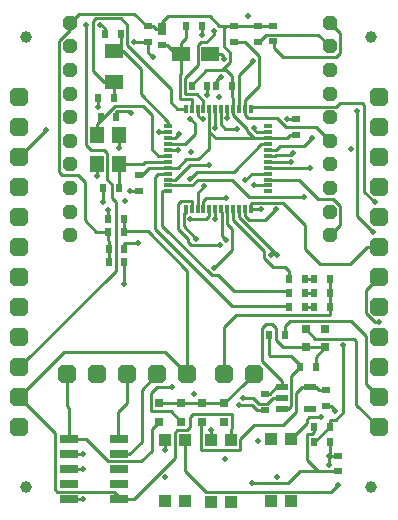
<source format=gtl>
G04 Layer_Physical_Order=1*
G04 Layer_Color=255*
%FSLAX44Y44*%
%MOMM*%
G71*
G01*
G75*
%ADD10R,0.6000X0.8000*%
%ADD11R,0.8000X0.8000*%
%ADD12R,0.8000X0.6000*%
%ADD13R,1.0000X0.6000*%
%ADD14R,1.0000X1.0000*%
%ADD15R,1.5000X1.3000*%
%ADD16R,0.8000X1.0500*%
%ADD17R,1.2000X1.4000*%
%ADD18R,1.5000X1.2000*%
%ADD19R,0.3500X0.8000*%
%ADD20R,0.8000X0.3500*%
%ADD21R,1.6000X0.6500*%
%ADD22C,0.2500*%
G04:AMPARAMS|DCode=23|XSize=1.6002mm|YSize=1.6002mm|CornerRadius=0mm|HoleSize=0mm|Usage=FLASHONLY|Rotation=180.000|XOffset=0mm|YOffset=0mm|HoleType=Round|Shape=Octagon|*
%AMOCTAGOND23*
4,1,8,-0.8001,0.4001,-0.8001,-0.4001,-0.4001,-0.8001,0.4001,-0.8001,0.8001,-0.4001,0.8001,0.4001,0.4001,0.8001,-0.4001,0.8001,-0.8001,0.4001,0.0*
%
%ADD23OCTAGOND23*%

G04:AMPARAMS|DCode=24|XSize=1.2mm|YSize=1.2mm|CornerRadius=0mm|HoleSize=0mm|Usage=FLASHONLY|Rotation=270.000|XOffset=0mm|YOffset=0mm|HoleType=Round|Shape=Octagon|*
%AMOCTAGOND24*
4,1,8,-0.3000,-0.6000,0.3000,-0.6000,0.6000,-0.3000,0.6000,0.3000,0.3000,0.6000,-0.3000,0.6000,-0.6000,0.3000,-0.6000,-0.3000,-0.3000,-0.6000,0.0*
%
%ADD24OCTAGOND24*%

G04:AMPARAMS|DCode=25|XSize=1.6002mm|YSize=1.6002mm|CornerRadius=0mm|HoleSize=0mm|Usage=FLASHONLY|Rotation=270.000|XOffset=0mm|YOffset=0mm|HoleType=Round|Shape=Octagon|*
%AMOCTAGOND25*
4,1,8,-0.4001,-0.8001,0.4001,-0.8001,0.8001,-0.4001,0.8001,0.4001,0.4001,0.8001,-0.4001,0.8001,-0.8001,0.4001,-0.8001,-0.4001,-0.4001,-0.8001,0.0*
%
%ADD25OCTAGOND25*%

%ADD26C,1.0000*%
%ADD27C,0.5000*%
D10*
X249896Y125500D02*
D03*
X263358D02*
D03*
X228642D02*
D03*
X242104D02*
D03*
X89354Y139750D02*
D03*
X75892D02*
D03*
X89354Y151000D02*
D03*
X75892D02*
D03*
X224858Y78560D02*
D03*
X211396D02*
D03*
X251608Y51250D02*
D03*
X238146D02*
D03*
X180354Y288750D02*
D03*
X166892D02*
D03*
X146146D02*
D03*
X159608D02*
D03*
X141142Y339500D02*
D03*
X154604D02*
D03*
X70892Y202250D02*
D03*
X84354D02*
D03*
X82608Y262500D02*
D03*
X69146D02*
D03*
X72642Y333250D02*
D03*
X86104D02*
D03*
X67142Y279000D02*
D03*
X80604D02*
D03*
X249874Y-12452D02*
D03*
X263336D02*
D03*
X249874Y628D02*
D03*
X263336D02*
D03*
X75142Y176000D02*
D03*
X88604D02*
D03*
X88668Y165702D02*
D03*
X75206D02*
D03*
X249896Y102000D02*
D03*
X263358D02*
D03*
X228830Y101790D02*
D03*
X242292D02*
D03*
X249896Y114000D02*
D03*
X263358D02*
D03*
X242292Y114030D02*
D03*
X228830D02*
D03*
D11*
X242750Y67642D02*
D03*
Y83104D02*
D03*
X259500Y67642D02*
D03*
Y83104D02*
D03*
X137000Y4896D02*
D03*
Y20358D02*
D03*
X118750Y4896D02*
D03*
Y20358D02*
D03*
X154750Y4896D02*
D03*
Y20358D02*
D03*
X173500Y4896D02*
D03*
Y20358D02*
D03*
D12*
X270000Y-23896D02*
D03*
Y-37358D02*
D03*
X259750Y18146D02*
D03*
Y31608D02*
D03*
X208000Y14896D02*
D03*
Y28358D02*
D03*
X215250Y340108D02*
D03*
Y326646D02*
D03*
X202750Y339858D02*
D03*
Y326396D02*
D03*
X234750Y247396D02*
D03*
Y260858D02*
D03*
X102000Y213854D02*
D03*
Y200392D02*
D03*
X121250Y323892D02*
D03*
X109250Y326146D02*
D03*
Y339608D02*
D03*
X181750Y326396D02*
D03*
Y339858D02*
D03*
D13*
X246500Y34250D02*
D03*
X222500D02*
D03*
Y24750D02*
D03*
Y15250D02*
D03*
X246500D02*
D03*
D14*
X179500Y-11000D02*
D03*
X162500D02*
D03*
X179500Y-63000D02*
D03*
X162500D02*
D03*
X141000Y-10750D02*
D03*
X124000D02*
D03*
X141000Y-62750D02*
D03*
X124000D02*
D03*
X230250Y-10250D02*
D03*
X213250D02*
D03*
X230250Y-62250D02*
D03*
X213250D02*
D03*
D15*
X162000Y315750D02*
D03*
X137500D02*
D03*
D16*
X121250Y337354D02*
D03*
D17*
X84830Y223149D02*
D03*
X65830Y247149D02*
D03*
X84830D02*
D03*
X65830Y223149D02*
D03*
D18*
X80500Y318625D02*
D03*
Y292375D02*
D03*
D19*
X141250Y269500D02*
D03*
X146250D02*
D03*
X151250D02*
D03*
X156250D02*
D03*
X161250D02*
D03*
X166250D02*
D03*
X171250D02*
D03*
X176250D02*
D03*
X181250D02*
D03*
X186250D02*
D03*
X191250D02*
D03*
X196250D02*
D03*
Y185000D02*
D03*
X191250D02*
D03*
X186250D02*
D03*
X181250D02*
D03*
X176250D02*
D03*
X171250D02*
D03*
X166250D02*
D03*
X161250D02*
D03*
X156250D02*
D03*
X151250D02*
D03*
X146250D02*
D03*
X141250D02*
D03*
D20*
X211000Y254750D02*
D03*
Y249750D02*
D03*
Y244750D02*
D03*
Y239750D02*
D03*
Y234750D02*
D03*
Y229750D02*
D03*
Y224750D02*
D03*
Y219750D02*
D03*
Y214750D02*
D03*
Y209750D02*
D03*
Y204750D02*
D03*
Y199750D02*
D03*
X126500D02*
D03*
Y204750D02*
D03*
Y209750D02*
D03*
Y214750D02*
D03*
Y219750D02*
D03*
Y224750D02*
D03*
Y229750D02*
D03*
Y234750D02*
D03*
Y239750D02*
D03*
Y244750D02*
D03*
Y249750D02*
D03*
Y254750D02*
D03*
D21*
X42100Y-9850D02*
D03*
X84900D02*
D03*
X42100Y-22550D02*
D03*
X84900D02*
D03*
X42100Y-35250D02*
D03*
X84900D02*
D03*
X42100Y-47950D02*
D03*
X84900D02*
D03*
X42100Y-60650D02*
D03*
X84900D02*
D03*
D22*
X216238Y321020D02*
Y326646D01*
X237828Y-37358D02*
X253306D01*
X171250Y182250D02*
X171672D01*
X262229Y-25944D02*
X264277Y-23896D01*
X82608Y267456D02*
X93550D01*
X175894Y339858D02*
X181750D01*
X169756D02*
X175894D01*
X160866Y266664D02*
X161250D01*
X160866Y266280D02*
Y266664D01*
Y250408D02*
Y266280D01*
Y236034D02*
Y250408D01*
X166524Y244750D02*
X199220D01*
X171534Y302224D02*
X175274D01*
X158592D02*
X171534D01*
X75206Y158638D02*
Y165572D01*
X65616D02*
X75206D01*
X88668Y165826D02*
X109050D01*
X88668D02*
Y170652D01*
X83904Y-60650D02*
Y-58456D01*
X154516Y-18832D02*
Y4896D01*
X180170Y102834D02*
X228830D01*
X196250Y185130D02*
X204046D01*
X196250Y190126D02*
X223266D01*
X196250Y185130D02*
Y190126D01*
Y185000D02*
Y185130D01*
X170772Y265902D02*
X171250D01*
X182217Y115026D02*
X228830D01*
X121496Y170577D02*
Y199750D01*
X134196Y269458D02*
X141250D01*
X126576Y254750D02*
Y258282D01*
X139530Y181320D02*
X141250D01*
X196250Y270982D02*
X253830D01*
X84075Y-9850D02*
Y13110D01*
X69146Y260031D02*
X81364Y272250D01*
X65830Y256715D02*
X69146Y260031D01*
X195040Y194812D02*
X241384D01*
X180168Y209684D02*
X195040Y194812D01*
X151806Y209684D02*
X180168D01*
X146872Y204750D02*
X151806Y209684D01*
X126500Y204750D02*
X146872D01*
X202750Y326396D02*
X203284D01*
X209338Y332450D01*
X253050D01*
X263000Y322500D01*
X151250Y185000D02*
Y198628D01*
X157056Y204434D01*
X251608Y51250D02*
Y59750D01*
X259500Y67642D01*
X199220Y244750D02*
X211000D01*
X193448Y250522D02*
X199220Y244750D01*
X193448Y250522D02*
Y252434D01*
X181250Y264632D02*
X193448Y252434D01*
X181250Y264632D02*
Y269500D01*
X88668Y165702D02*
Y165826D01*
X109050D02*
X142550Y132326D01*
Y44750D02*
Y132326D01*
X123836Y63464D02*
X142550Y44750D01*
X38014Y63464D02*
X123836D01*
X-0Y25450D02*
X38014Y63464D01*
X190490Y36540D02*
X198700Y44750D01*
X173500Y20358D02*
X190490Y36540D01*
X42100Y-9850D02*
X56634D01*
X75522Y-28738D01*
X103716D01*
X112606Y-19848D01*
Y-1248D01*
X118750Y4896D01*
X228830Y101790D02*
Y102834D01*
X114892Y168112D02*
X180170Y102834D01*
X114892Y168112D02*
Y211800D01*
X117842Y214750D01*
X126500D01*
X89354Y121122D02*
Y139750D01*
X230250Y-10250D02*
X243924Y3424D01*
Y6314D01*
X245956Y8346D01*
X256116D01*
X97112Y326146D02*
X109250D01*
X211000Y224750D02*
X229954D01*
X171250Y265902D02*
Y269500D01*
X170772Y256504D02*
Y265902D01*
Y256504D02*
X174328Y252948D01*
X184488D01*
X286596Y178526D02*
Y267934D01*
Y178526D02*
X300058Y165064D01*
X121496Y199750D02*
X126500D01*
X121496Y170577D02*
X163247Y128826D01*
X168417D01*
X182217Y115026D01*
X228830Y114030D02*
Y115026D01*
X71909Y292375D02*
X80500D01*
X62568Y301716D02*
X71909Y292375D01*
X62568Y301716D02*
Y343880D01*
X64959Y346271D01*
X86340D01*
X91854Y340756D01*
Y323560D02*
Y340756D01*
Y323560D02*
X128608Y286806D01*
Y275046D02*
Y286806D01*
Y275046D02*
X134196Y269458D01*
X141250D02*
Y269500D01*
X86104Y324229D02*
Y333250D01*
X80500Y318625D02*
X86104Y324229D01*
X164930Y332196D02*
Y335752D01*
X158580Y325846D02*
X164930Y332196D01*
X154008Y325846D02*
X158580D01*
X151722Y323560D02*
X154008Y325846D01*
X151722Y306947D02*
Y323560D01*
X140395Y295620D02*
X151722Y306947D01*
X140395Y281999D02*
Y295620D01*
Y281999D02*
X150567D01*
X156250Y276316D01*
Y269500D02*
Y276316D01*
X211000Y219750D02*
X217508D01*
X218092Y219166D01*
X246718D01*
X161250Y179288D02*
Y185000D01*
X158710Y176748D02*
X161250Y179288D01*
X144864Y176748D02*
X158710D01*
X144610Y210530D02*
X150452Y216372D01*
X181938D01*
X205316Y239750D01*
X211000D01*
X166250Y176240D02*
Y185000D01*
X151250Y263616D02*
Y269500D01*
Y263616D02*
X155532Y261330D01*
X-0Y228650D02*
X22774Y251424D01*
X141000Y-36812D02*
Y-10750D01*
Y-36812D02*
X158580Y-54392D01*
X263990D01*
X269832Y-48550D01*
X301328Y89118D02*
X304884D01*
X293962Y96484D02*
X301328Y89118D01*
X293962Y96484D02*
Y116212D01*
X304800Y127050D01*
X69146Y260031D02*
Y262500D01*
X65830Y247149D02*
Y256715D01*
X117940Y229750D02*
X126500D01*
X112352Y235338D02*
X117940Y229750D01*
X112352Y235338D02*
Y264632D01*
X104735Y272250D02*
X112352Y264632D01*
X81364Y272250D02*
X104735D01*
X181250Y175088D02*
Y185000D01*
Y175088D02*
X207348Y148990D01*
Y143728D02*
Y148990D01*
Y143728D02*
X215476Y135600D01*
X225636D01*
X228642Y132594D01*
Y125500D02*
Y132594D01*
X109250Y317210D02*
Y326146D01*
Y317210D02*
X113314Y313146D01*
X144610Y261330D02*
X148674Y257266D01*
Y248376D02*
Y257266D01*
X140546Y240248D02*
X148674Y248376D01*
X130122Y240248D02*
X140546D01*
X129624Y239750D02*
X130122Y240248D01*
X126500Y239750D02*
X129624D01*
X126500Y254750D02*
X126576D01*
X102954Y281904D02*
X126576Y258282D01*
X102954Y281904D02*
Y303533D01*
X87862Y318625D02*
X102954Y303533D01*
X80500Y318625D02*
X87862D01*
X108288Y339608D02*
X109250D01*
X97626Y350271D02*
X108288Y339608D01*
X50771Y350271D02*
X97626D01*
X43000Y342500D02*
X50771Y350271D01*
X68578Y341021D02*
X69405D01*
X72642Y337784D01*
Y333250D02*
Y337784D01*
X186250Y269500D02*
Y298144D01*
X198204Y310098D01*
X56980Y238724D02*
Y340578D01*
Y238724D02*
X61044Y234660D01*
X72220D01*
X74760Y232120D01*
Y209514D02*
Y232120D01*
Y209514D02*
X78570Y205704D01*
Y193766D02*
Y205704D01*
Y193766D02*
X81872Y190464D01*
Y132722D02*
Y190464D01*
X-0Y50850D02*
X81872Y132722D01*
X181750Y326396D02*
X191346D01*
X203538Y314204D01*
Y289112D02*
Y314204D01*
X191250Y276824D02*
X203538Y289112D01*
X191250Y269500D02*
Y276824D01*
X180354Y288750D02*
Y297144D01*
X175274Y302224D02*
X180354Y297144D01*
X173270Y311686D02*
Y313400D01*
X170920Y315750D02*
X173270Y313400D01*
X162000Y315750D02*
X170920D01*
X173820Y337784D02*
X175894Y339858D01*
X173820Y322290D02*
Y337784D01*
Y322290D02*
X178646Y317464D01*
Y309336D02*
Y317464D01*
X171534Y302224D02*
X178646Y309336D01*
X146146Y289778D02*
X158592Y302224D01*
X146146Y288750D02*
Y289778D01*
X211000Y234750D02*
X217344D01*
X221064Y238470D01*
X241558D01*
X248162Y245074D01*
X293962Y36288D02*
X304800Y25450D01*
X293962Y36288D02*
Y77688D01*
X281262Y90388D02*
X293962Y77688D01*
X229430Y90388D02*
X281262D01*
X224858Y85816D02*
X229430Y90388D01*
X224858Y78560D02*
Y85816D01*
X211000Y229750D02*
X216916D01*
X217750Y230584D01*
X229942D01*
X231732Y232374D01*
X263358Y94960D02*
Y102000D01*
X183726Y94960D02*
X263358D01*
X173300Y84534D02*
X183726Y94960D01*
X173300Y44750D02*
Y84534D01*
X285580Y19269D02*
X304800Y50D01*
X285580Y19269D02*
Y72862D01*
X283294Y75148D02*
X285580Y72862D01*
X250706Y75148D02*
X283294D01*
X242750Y83104D02*
X250706Y75148D01*
X179500Y-11000D02*
Y-1214D01*
X180424Y-290D01*
Y11648D01*
X147658D02*
X180424D01*
X144610Y8600D02*
X147658Y11648D01*
X144610Y-36D02*
Y8600D01*
X142324Y-2322D02*
X144610Y-36D01*
X134196Y-2322D02*
X142324D01*
X131910Y-4608D02*
X134196Y-2322D01*
X131910Y-25944D02*
Y-4608D01*
X97204Y-60650D02*
X131910Y-25944D01*
X84900Y-60650D02*
X97204D01*
X154516Y4896D02*
X154750D01*
X154516Y-18832D02*
X187282D01*
Y-9942D01*
X199220Y1996D01*
X223858D01*
X234526Y12664D01*
Y28920D01*
X239856Y34250D01*
X246500D01*
X144610Y222468D02*
X160866D01*
X131892Y209750D02*
X144610Y222468D01*
X126500Y209750D02*
X131892D01*
X198966Y204750D02*
X211000D01*
X160866Y266280D02*
X161250Y266664D01*
X160866Y250408D02*
X166524Y244750D01*
X166250Y253602D02*
Y269500D01*
X132164Y244750D02*
X135494Y248080D01*
X126500Y244750D02*
X132164D01*
X141250Y181320D02*
Y185000D01*
X139530Y170398D02*
Y181320D01*
Y170398D02*
X150198Y159730D01*
X176250Y172089D02*
Y185000D01*
Y172089D02*
X180564Y167774D01*
Y150192D02*
Y167774D01*
X165324Y134952D02*
X180564Y150192D01*
X204046Y185130D02*
X204554Y184622D01*
X89354Y156428D02*
X100668D01*
X89354Y151000D02*
Y156428D01*
X292438Y199608D02*
X301074Y190972D01*
X292438Y199608D02*
Y272760D01*
X290406Y274792D02*
X292438Y272760D01*
X272118Y274792D02*
X290406D01*
X268816Y271490D02*
X272118Y274792D01*
X254338Y271490D02*
X268816D01*
X253830Y270982D02*
X254338Y271490D01*
X196250Y269500D02*
Y270982D01*
X171250Y182250D02*
Y185000D01*
X171672Y162102D02*
Y182250D01*
Y162102D02*
X175314Y158460D01*
X191250Y179214D02*
Y185000D01*
Y179214D02*
X195156Y175308D01*
X208448D01*
X218016Y184876D01*
X294556Y152450D02*
X304800D01*
X280500Y138394D02*
X294556Y152450D01*
X254846Y138394D02*
X280500D01*
X242400Y150840D02*
X254846Y138394D01*
X242400Y150840D02*
Y170992D01*
X223266Y190126D02*
X242400Y170992D01*
X146250Y185000D02*
Y191480D01*
X145764Y191966D02*
X146250Y191480D01*
X137338Y191966D02*
X145764D01*
X134820Y189448D02*
X137338Y191966D01*
X134820Y168080D02*
Y189448D01*
Y168080D02*
X143547Y159353D01*
Y156936D02*
Y159353D01*
Y156936D02*
X146023Y154460D01*
X169932D01*
X274658Y12664D02*
Y69814D01*
X268562Y6568D02*
X274658Y12664D01*
X263336Y6568D02*
X268562D01*
X263336Y628D02*
Y6568D01*
X199166Y251836D02*
Y253814D01*
Y251836D02*
X201252Y249750D01*
X211000D01*
X161250Y266664D02*
Y269500D01*
X151805Y226973D02*
X160866Y236034D01*
X141673Y226973D02*
X151805D01*
X134450Y219750D02*
X141673Y226973D01*
X126500Y219750D02*
X134450D01*
X156250Y185000D02*
Y191750D01*
X158520Y194020D01*
X175598D01*
X116670Y33746D02*
X129878D01*
X111844Y28920D02*
X116670Y33746D01*
X111844Y13426D02*
Y28920D01*
Y13426D02*
X128470D01*
X137000Y4896D01*
X197090Y214750D02*
X211000D01*
X191346Y209006D02*
X197090Y214750D01*
X126500Y234750D02*
X134270D01*
X70892Y190416D02*
Y202250D01*
X180354Y279498D02*
Y288750D01*
Y279498D02*
X181250Y278602D01*
Y269500D02*
Y278602D01*
X43000Y336250D02*
Y342500D01*
X34120Y327370D02*
X43000Y336250D01*
X34120Y215864D02*
Y327370D01*
Y215864D02*
X36406Y213578D01*
X50122D01*
X55964Y207736D01*
Y175224D02*
Y207736D01*
Y175224D02*
X65616Y165572D01*
X75206D02*
Y165702D01*
X106333Y224750D02*
X126500D01*
X104732Y223149D02*
X106333Y224750D01*
X84830Y223149D02*
X104732D01*
X109867Y219750D02*
X126500D01*
X103970Y213854D02*
X109867Y219750D01*
X102000Y213854D02*
X103970D01*
X186250Y178089D02*
X218832Y145506D01*
X186250Y178089D02*
Y185000D01*
X191250Y264632D02*
Y269500D01*
Y264632D02*
X194298Y261584D01*
X218778D01*
X226144Y254218D01*
X251282D01*
X263000Y242500D01*
X137500Y299605D02*
Y315750D01*
X136395Y298500D02*
X137500Y299605D01*
X136395Y277999D02*
Y298500D01*
Y277999D02*
X145836D01*
X146250Y277586D01*
Y269500D02*
Y277586D01*
X267520Y14082D02*
Y14870D01*
X264244Y18146D02*
X267520Y14870D01*
X259750Y18146D02*
X264244D01*
X186326Y18760D02*
X197484D01*
X201348Y14896D01*
X208000D01*
X211396Y61432D02*
Y78560D01*
Y61432D02*
X212188Y60640D01*
X230224D01*
X238146Y52718D01*
Y51250D02*
Y52718D01*
X222500Y34250D02*
Y38914D01*
X205570Y55844D02*
X222500Y38914D01*
X205570Y55844D02*
Y83784D01*
X208872Y87086D01*
X213952D01*
X217254Y83784D01*
Y73624D02*
Y83784D01*
Y73624D02*
X223236Y67642D01*
X242750D01*
X222500Y15250D02*
X227668D01*
X230462Y18044D01*
Y43334D01*
X238146Y51018D01*
Y51250D01*
X83904Y-60650D02*
X84900D01*
X80094Y-54646D02*
X83904Y-58456D01*
X32596Y-54646D02*
X80094D01*
X30564Y-52614D02*
X32596Y-54646D01*
X30564Y-52614D02*
Y-5114D01*
X-0Y25450D02*
X30564Y-5114D01*
X211000Y209750D02*
X237338D01*
X253576Y193512D01*
X265768D01*
X271864Y187416D01*
Y171364D02*
Y187416D01*
X263000Y162500D02*
X271864Y171364D01*
X189666Y24750D02*
X197794D01*
X203044Y19500D01*
X210128D01*
X215379Y24750D01*
X222500D01*
X196934Y-47534D02*
X227652D01*
X237828Y-37358D01*
X215250Y326646D02*
X216238D01*
Y321020D02*
X223604Y313654D01*
X268308D01*
X271864Y317210D01*
Y333636D01*
X263000Y342500D02*
X271864Y333636D01*
X211000Y244750D02*
X226696D01*
X229342Y247396D01*
X234750D01*
X93550Y267456D02*
X94800Y266206D01*
X82608Y262500D02*
Y267456D01*
X262954Y628D02*
X263336D01*
X249874Y-12452D02*
X262954Y628D01*
X91750Y20784D02*
Y44750D01*
X84075Y13110D02*
X91750Y20784D01*
X84075Y-9850D02*
X84900D01*
X103970Y31570D02*
X117150Y44750D01*
X103970Y-12136D02*
Y31570D01*
X93556Y-22550D02*
X103970Y-12136D01*
X84900Y-22550D02*
X93556D01*
X121250Y337354D02*
Y343380D01*
X126068Y348198D01*
X161416D01*
X169756Y339858D01*
X253306Y-37358D02*
X270000D01*
X243924Y-27976D02*
X253306Y-37358D01*
X243924Y-27976D02*
Y-5624D01*
X247842D01*
X249874Y-3592D01*
Y628D01*
X170332Y296520D02*
X170956D01*
X166892Y293080D02*
X170332Y296520D01*
X166892Y288750D02*
Y293080D01*
X242750Y67642D02*
X259500D01*
X218066Y34250D02*
X222500D01*
X212174Y28358D02*
X218066Y34250D01*
X208000Y28358D02*
X212174D01*
X263358Y102000D02*
Y114000D01*
Y125500D01*
X116130Y337354D02*
X121250D01*
X113876Y339608D02*
X116130Y337354D01*
X109250Y339608D02*
X113876D01*
X181750Y339858D02*
X202750D01*
X209122Y340108D02*
X215250D01*
X208872Y339858D02*
X209122Y340108D01*
X202750Y339858D02*
X208872D01*
X75206Y158638D02*
X75892Y157952D01*
Y151000D02*
Y157952D01*
Y139750D02*
Y151000D01*
X88604Y170716D02*
Y176000D01*
Y170716D02*
X88668Y170652D01*
X254440Y31608D02*
X259750D01*
X251798Y34250D02*
X254440Y31608D01*
X246500Y34250D02*
X251798D01*
X154750Y20358D02*
X173500D01*
X118750D02*
X137000D01*
X154750D01*
X40950Y17878D02*
Y44750D01*
Y17878D02*
X42100Y16728D01*
Y-9850D02*
Y16728D01*
X141142Y329234D02*
Y339500D01*
X137500Y325592D02*
X141142Y329234D01*
X137500Y315750D02*
Y325592D01*
X133194Y315750D02*
X137500D01*
X125052Y323892D02*
X133194Y315750D01*
X121250Y323892D02*
X125052D01*
X80500Y285564D02*
Y292375D01*
Y285564D02*
X80604Y285460D01*
Y279000D02*
Y285460D01*
X84830Y212784D02*
Y223149D01*
X84354Y212308D02*
X84830Y212784D01*
X84354Y202250D02*
Y212308D01*
X246166Y102000D02*
X249896D01*
X245956Y101790D02*
X246166Y102000D01*
X242292Y101790D02*
X245956D01*
X245986Y114000D02*
X249896D01*
X245956Y114030D02*
X245986Y114000D01*
X242292Y114030D02*
X245956D01*
X242104Y125500D02*
X249896D01*
X262229Y-32024D02*
Y-25944D01*
X264277Y-23896D02*
X270000D01*
X262212Y-23912D02*
X263336Y-22788D01*
Y-12452D01*
X42100Y-60650D02*
X53870D01*
X42100Y-35250D02*
X53870D01*
X42100Y-22550D02*
X53870D01*
X124000Y-19520D02*
Y-10750D01*
X162500Y-11000D02*
Y-2230D01*
X75142Y176000D02*
Y183771D01*
X94230Y200392D02*
X102000D01*
X65830Y212379D02*
Y223149D01*
X84830Y236379D02*
Y247149D01*
X118730Y249750D02*
X126500D01*
X67142Y271229D02*
Y279000D01*
X176250Y261730D02*
Y269500D01*
X159608Y280979D02*
Y288750D01*
X226980Y260858D02*
X234750D01*
X154604Y331730D02*
Y339500D01*
D23*
X173300Y44750D02*
D03*
X198700D02*
D03*
X40950D02*
D03*
X66350D02*
D03*
X91750D02*
D03*
X117150D02*
D03*
X142550D02*
D03*
D24*
X43000Y342500D02*
D03*
Y322500D02*
D03*
Y302500D02*
D03*
Y282500D02*
D03*
Y262500D02*
D03*
Y242500D02*
D03*
Y222500D02*
D03*
Y202500D02*
D03*
Y182500D02*
D03*
Y162500D02*
D03*
X263000D02*
D03*
Y182500D02*
D03*
Y202500D02*
D03*
Y222500D02*
D03*
Y242500D02*
D03*
Y262500D02*
D03*
Y282500D02*
D03*
Y302500D02*
D03*
Y322500D02*
D03*
Y342500D02*
D03*
D25*
X304800Y50D02*
D03*
Y25450D02*
D03*
Y50850D02*
D03*
Y76250D02*
D03*
Y101650D02*
D03*
Y127050D02*
D03*
Y152450D02*
D03*
Y177850D02*
D03*
Y203250D02*
D03*
Y228650D02*
D03*
Y254050D02*
D03*
Y279450D02*
D03*
X-0Y50D02*
D03*
Y25450D02*
D03*
Y50850D02*
D03*
Y76250D02*
D03*
Y101650D02*
D03*
Y127050D02*
D03*
Y152450D02*
D03*
Y177850D02*
D03*
Y203250D02*
D03*
Y228650D02*
D03*
Y254050D02*
D03*
Y279450D02*
D03*
D26*
X298450Y330250D02*
D03*
X6350D02*
D03*
X298196Y-50750D02*
D03*
X6350D02*
D03*
D27*
X241384Y194812D02*
D03*
X157056Y204434D02*
D03*
X213451Y145506D02*
D03*
X89354Y121122D02*
D03*
X256116Y8346D02*
D03*
X97112Y326146D02*
D03*
X229954Y224750D02*
D03*
X184488Y252948D02*
D03*
X286596Y267934D02*
D03*
X300058Y165064D02*
D03*
X164930Y335752D02*
D03*
X246718Y219166D02*
D03*
X144864Y176748D02*
D03*
X89746Y191988D02*
D03*
X144610Y210530D02*
D03*
X166250Y176240D02*
D03*
X155532Y261330D02*
D03*
X168994Y279872D02*
D03*
X22774Y251424D02*
D03*
X269832Y-48550D02*
D03*
X304884Y89118D02*
D03*
X113314Y313146D02*
D03*
X144610Y261330D02*
D03*
X68578Y341021D02*
D03*
X198204Y310098D02*
D03*
X56980Y340578D02*
D03*
X173270Y311686D02*
D03*
X248162Y245074D02*
D03*
X231732Y232374D02*
D03*
X281262Y235676D02*
D03*
X160866Y222468D02*
D03*
X198966Y204750D02*
D03*
X166250Y253602D02*
D03*
X135494Y248080D02*
D03*
X193886Y348198D02*
D03*
X150198Y159730D02*
D03*
X165324Y134952D02*
D03*
X204554Y184622D02*
D03*
X100668Y156428D02*
D03*
X301074Y190972D02*
D03*
X175314Y158460D02*
D03*
X218016Y184876D02*
D03*
X169932Y154460D02*
D03*
X274658Y69814D02*
D03*
X199166Y253814D02*
D03*
X175598Y194020D02*
D03*
X145880Y233136D02*
D03*
X129878Y33746D02*
D03*
X191346Y209006D02*
D03*
X134270Y234750D02*
D03*
X70892Y190416D02*
D03*
X218832Y145506D02*
D03*
X267520Y14082D02*
D03*
X186326Y18760D02*
D03*
X189666Y24750D02*
D03*
X196934Y-47534D02*
D03*
X174836Y-27271D02*
D03*
X94800Y266206D02*
D03*
X170956Y296520D02*
D03*
X262229Y-32024D02*
D03*
X262212Y-23912D02*
D03*
X53870Y-60650D02*
D03*
Y-35250D02*
D03*
Y-22550D02*
D03*
X124000Y-19520D02*
D03*
X123730Y-42250D02*
D03*
X148420Y27956D02*
D03*
X162500Y-2230D02*
D03*
X75142Y183771D02*
D03*
X218480Y-42250D02*
D03*
X202294Y-11720D02*
D03*
X94230Y200392D02*
D03*
X65830Y212379D02*
D03*
X84830Y236379D02*
D03*
X118730Y249750D02*
D03*
X67142Y271229D02*
D03*
X176250Y261730D02*
D03*
X159608Y280979D02*
D03*
X226980Y260858D02*
D03*
X154604Y331730D02*
D03*
M02*

</source>
